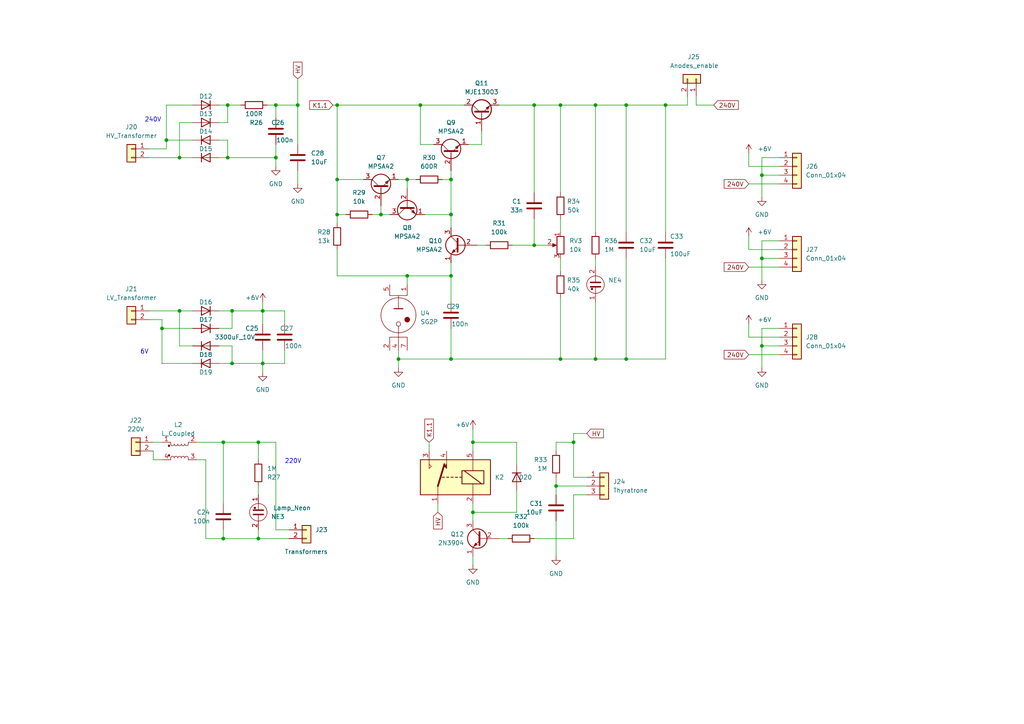
<source format=kicad_sch>
(kicad_sch (version 20211123) (generator eeschema)
  (paper "A4")
  (lib_symbols
    (symbol "Connector_Generic:Conn_01x02" (pin_names (offset 1.016) hide)
      (property "Reference" "J" (at 0 2.54 0))
      (property "Value" "Conn_01x02" (at 0 -5.08 0))
      (symbol "Conn_01x02_1_1"
        (rectangle (start -1.27 -2.413) (end 0 -2.667) (stroke (width 0.1524)))
        (rectangle (start -1.27 0.127) (end 0 -0.127) (stroke (width 0.1524)))
        (rectangle (start -1.27 1.27) (end 1.27 -3.81) (stroke (width 0.254)) (fill (type background)))
        (pin passive line (at -5.08 0 0) (length 3.81) (name "Pin_1") (number "1"))
        (pin passive line (at -5.08 -2.54 0) (length 3.81) (name "Pin_2") (number "2"))
      )
    )
    (symbol "Connector_Generic:Conn_01x03" (pin_names (offset 1.016) hide)
      (property "Reference" "J" (at 0 5.08 0))
      (property "Value" "Conn_01x03" (at 0 -5.08 0))
      (symbol "Conn_01x03_1_1"
        (rectangle (start -1.27 -2.413) (end 0 -2.667) (stroke (width 0.1524)))
        (rectangle (start -1.27 0.127) (end 0 -0.127) (stroke (width 0.1524)))
        (rectangle (start -1.27 2.667) (end 0 2.413) (stroke (width 0.1524)))
        (rectangle (start -1.27 3.81) (end 1.27 -3.81) (stroke (width 0.254)) (fill (type background)))
        (pin passive line (at -5.08 2.54 0) (length 3.81) (name "Pin_1") (number "1"))
        (pin passive line (at -5.08 0 0) (length 3.81) (name "Pin_2") (number "2"))
        (pin passive line (at -5.08 -2.54 0) (length 3.81) (name "Pin_3") (number "3"))
      )
    )
    (symbol "Connector_Generic:Conn_01x04" (pin_names (offset 1.016) hide)
      (property "Reference" "J" (at 0 5.08 0))
      (property "Value" "Conn_01x04" (at 0 -7.62 0))
      (symbol "Conn_01x04_1_1"
        (rectangle (start -1.27 -4.953) (end 0 -5.207) (stroke (width 0.1524)))
        (rectangle (start -1.27 -2.413) (end 0 -2.667) (stroke (width 0.1524)))
        (rectangle (start -1.27 0.127) (end 0 -0.127) (stroke (width 0.1524)))
        (rectangle (start -1.27 2.667) (end 0 2.413) (stroke (width 0.1524)))
        (rectangle (start -1.27 3.81) (end 1.27 -6.35) (stroke (width 0.254)) (fill (type background)))
        (pin passive line (at -5.08 2.54 0) (length 3.81) (name "Pin_1") (number "1"))
        (pin passive line (at -5.08 0 0) (length 3.81) (name "Pin_2") (number "2"))
        (pin passive line (at -5.08 -2.54 0) (length 3.81) (name "Pin_3") (number "3"))
        (pin passive line (at -5.08 -5.08 0) (length 3.81) (name "Pin_4") (number "4"))
      )
    )
    (symbol "Device:C" (pin_numbers hide) (pin_names (offset 0.254))
      (property "Reference" "C" (at 0.635 2.54 0))
      (property "Value" "C" (at 0.635 -2.54 0))
      (symbol "C_0_1"
        (polyline (pts (xy -2.032 -0.762) (xy 2.032 -0.762)) (stroke (width 0.508)))
        (polyline (pts (xy -2.032 0.762) (xy 2.032 0.762)) (stroke (width 0.508)))
      )
      (symbol "C_1_1"
        (pin passive line (at 0 3.81 270) (length 2.794) (name "~") (number "1"))
        (pin passive line (at 0 -3.81 90) (length 2.794) (name "~") (number "2"))
      )
    )
    (symbol "Device:D" (pin_numbers hide) (pin_names (offset 1.016) hide)
      (property "Reference" "D" (at 0 2.54 0))
      (property "Value" "D" (at 0 -2.54 0))
      (symbol "D_0_1"
        (polyline (pts (xy -1.27 1.27) (xy -1.27 -1.27)) (stroke (width 0.254)))
        (polyline (pts (xy 1.27 0) (xy -1.27 0)))
        (polyline (pts (xy 1.27 1.27) (xy 1.27 -1.27) (xy -1.27 0) (xy 1.27 1.27)) (stroke (width 0.254)))
      )
      (symbol "D_1_1"
        (pin passive line (at -3.81 0 0) (length 2.54) (name "K") (number "1"))
        (pin passive line (at 3.81 0 180) (length 2.54) (name "A") (number "2"))
      )
    )
    (symbol "Device:Lamp_Neon" (pin_names (offset 0.0254) hide)
      (property "Reference" "NE" (at 0.635 3.81 0))
      (property "Value" "Lamp_Neon" (at 0.635 -3.81 0))
      (symbol "Lamp_Neon_0_1"
        (rectangle (start -1.524 -0.508) (end 1.524 -0.762) (fill (type outline)))
        (rectangle (start -1.524 0.762) (end 1.524 0.508) (fill (type outline)))
        (polyline (pts (xy 0 -2.54) (xy 0 -0.762)))
        (polyline (pts (xy 0 0.762) (xy 0 2.54)))
        (circle (center 0 0) (radius 2.54))
        (circle (center 1.016 -1.27) (radius 0.254) (fill (type outline)))
      )
      (symbol "Lamp_Neon_1_1"
        (pin passive line (at 0 -5.08 90) (length 2.54) (name "~") (number "1"))
        (pin passive line (at 0 5.08 270) (length 2.54) (name "~") (number "2"))
      )
    )
    (symbol "Device:R" (pin_numbers hide) (pin_names (offset 0))
      (property "Reference" "R" (at 2.032 0 90))
      (property "Value" "R" (at 0 0 90))
      (symbol "R_0_1"
        (rectangle (start -1.016 -2.54) (end 1.016 2.54) (stroke (width 0.254)))
      )
      (symbol "R_1_1"
        (pin passive line (at 0 3.81 270) (length 1.27) (name "~") (number "1"))
        (pin passive line (at 0 -3.81 90) (length 1.27) (name "~") (number "2"))
      )
    )
    (symbol "Device:R_Potentiometer" (pin_names (offset 1.016) hide)
      (property "Reference" "RV" (at -4.445 0 90))
      (property "Value" "R_Potentiometer" (at -2.54 0 90))
      (symbol "R_Potentiometer_0_1"
        (polyline (pts (xy 2.54 0) (xy 1.524 0)))
        (polyline (pts (xy 1.143 0) (xy 2.286 0.508) (xy 2.286 -0.508) (xy 1.143 0)) (fill (type outline)))
        (rectangle (start 1.016 2.54) (end -1.016 -2.54) (stroke (width 0.254)))
      )
      (symbol "R_Potentiometer_1_1"
        (pin passive line (at 0 3.81 270) (length 1.27) (name "1") (number "1"))
        (pin passive line (at 3.81 0 180) (length 1.27) (name "2") (number "2"))
        (pin passive line (at 0 -3.81 90) (length 1.27) (name "3") (number "3"))
      )
    )
    (symbol "Relay:SANYOU_SRD_Form_C"
      (property "Reference" "K" (at 11.43 3.81 0))
      (property "Value" "SANYOU_SRD_Form_C" (at 11.43 1.27 0))
      (symbol "SANYOU_SRD_Form_C_0_0"
        (polyline (pts (xy 7.62 5.08) (xy 7.62 2.54) (xy 6.985 3.175) (xy 7.62 3.81)))
      )
      (symbol "SANYOU_SRD_Form_C_0_1"
        (rectangle (start -10.16 5.08) (end 10.16 -5.08) (stroke (width 0.254)) (fill (type background)))
        (rectangle (start -8.255 1.905) (end -1.905 -1.905) (stroke (width 0.254)))
        (polyline (pts (xy -7.62 -1.905) (xy -2.54 1.905)) (stroke (width 0.254)))
        (polyline (pts (xy -5.08 -5.08) (xy -5.08 -1.905)))
        (polyline (pts (xy -5.08 5.08) (xy -5.08 1.905)))
        (polyline (pts (xy -1.905 0) (xy -1.27 0)) (stroke (width 0.254)))
        (polyline (pts (xy -0.635 0) (xy 0 0)) (stroke (width 0.254)))
        (polyline (pts (xy 0.635 0) (xy 1.27 0)) (stroke (width 0.254)))
        (polyline (pts (xy 1.905 0) (xy 2.54 0)) (stroke (width 0.254)))
        (polyline (pts (xy 3.175 0) (xy 3.81 0)) (stroke (width 0.254)))
        (polyline (pts (xy 5.08 -2.54) (xy 3.175 3.81)) (stroke (width 0.508)))
        (polyline (pts (xy 5.08 -2.54) (xy 5.08 -5.08)))
      )
      (symbol "SANYOU_SRD_Form_C_1_1"
        (polyline (pts (xy 2.54 3.81) (xy 3.175 3.175) (xy 2.54 2.54) (xy 2.54 5.08)) (fill (type outline)))
        (pin passive line (at 5.08 -7.62 90) (length 2.54) (name "~") (number "1"))
        (pin passive line (at -5.08 -7.62 90) (length 2.54) (name "~") (number "2"))
        (pin passive line (at 7.62 7.62 270) (length 2.54) (name "~") (number "3"))
        (pin passive line (at 2.54 7.62 270) (length 2.54) (name "~") (number "4"))
        (pin passive line (at -5.08 7.62 270) (length 2.54) (name "~") (number "5"))
      )
    )
    (symbol "Transistor_BJT:2N3904" (pin_names (offset 0) hide)
      (property "Reference" "Q" (at 5.08 1.905 0))
      (property "Value" "2N3904" (at 5.08 0 0))
      (symbol "2N3904_0_1"
        (polyline (pts (xy 0.635 0.635) (xy 2.54 2.54)))
        (polyline (pts (xy 0.635 -0.635) (xy 2.54 -2.54) (xy 2.54 -2.54)))
        (polyline (pts (xy 0.635 1.905) (xy 0.635 -1.905) (xy 0.635 -1.905)) (stroke (width 0.508)))
        (polyline (pts (xy 1.27 -1.778) (xy 1.778 -1.27) (xy 2.286 -2.286) (xy 1.27 -1.778) (xy 1.27 -1.778)) (fill (type outline)))
        (circle (center 1.27 0) (radius 2.8194) (stroke (width 0.254)))
      )
      (symbol "2N3904_1_1"
        (pin passive line (at 2.54 -5.08 90) (length 2.54) (name "E") (number "1"))
        (pin passive line (at -5.08 0 0) (length 5.715) (name "B") (number "2"))
        (pin passive line (at 2.54 5.08 270) (length 2.54) (name "C") (number "3"))
      )
    )
    (symbol "Transistor_BJT:MJE13003" (pin_names (offset 0) hide)
      (property "Reference" "Q" (at 5.08 1.905 0))
      (property "Value" "MJE13003" (at 5.08 0 0))
      (symbol "MJE13003_0_1"
        (polyline (pts (xy 0 0) (xy 0.635 0)))
        (polyline (pts (xy 2.54 -2.54) (xy 0.635 -0.635)))
        (polyline (pts (xy 2.54 2.54) (xy 0.635 0.635)))
        (polyline (pts (xy 0.635 1.905) (xy 0.635 -1.905) (xy 0.635 -1.905)) (stroke (width 0.508)) (fill (type outline)))
        (polyline (pts (xy 1.2446 -1.778) (xy 1.7526 -1.27) (xy 2.286 -2.286) (xy 1.2446 -1.778) (xy 1.2446 -1.778)) (fill (type outline)))
        (circle (center 1.27 0) (radius 2.8194) (stroke (width 0.3048)))
      )
      (symbol "MJE13003_1_1"
        (pin input line (at -5.08 0 0) (length 5.08) (name "B") (number "1"))
        (pin passive line (at 2.54 5.08 270) (length 2.54) (name "C") (number "2"))
        (pin passive line (at 2.54 -5.08 90) (length 2.54) (name "E") (number "3"))
      )
    )
    (symbol "Transistor_BJT:MPSA42" (pin_names (offset 1.016) hide)
      (property "Reference" "Q" (at 5.08 1.905 0))
      (property "Value" "MPSA42" (at 5.08 0 0))
      (symbol "MPSA42_0_1"
        (polyline (pts (xy 0 0) (xy 0.635 0)))
        (polyline (pts (xy 0.635 0.635) (xy 2.54 2.54)))
        (polyline (pts (xy 0.635 -0.635) (xy 2.54 -2.54) (xy 2.54 -2.54)))
        (polyline (pts (xy 0.635 1.905) (xy 0.635 -1.905) (xy 0.635 -1.905)) (stroke (width 0.508)))
        (polyline (pts (xy 1.27 -1.778) (xy 1.778 -1.27) (xy 2.286 -2.286) (xy 1.27 -1.778) (xy 1.27 -1.778)) (fill (type outline)))
        (circle (center 1.27 0) (radius 2.8194) (stroke (width 0.254)))
      )
      (symbol "MPSA42_1_1"
        (pin passive line (at 2.54 -5.08 90) (length 2.54) (name "E") (number "1"))
        (pin input line (at -5.08 0 0) (length 5.08) (name "B") (number "2"))
        (pin passive line (at 2.54 5.08 270) (length 2.54) (name "C") (number "3"))
      )
    )
    (symbol "power:+6V" (power) (pin_names (offset 0))
      (property "Value" "+6V" (at 0 3.556 0))
      (symbol "+6V_0_1"
        (polyline (pts (xy -0.762 1.27) (xy 0 2.54)))
        (polyline (pts (xy 0 0) (xy 0 2.54)))
        (polyline (pts (xy 0 2.54) (xy 0.762 1.27)))
      )
      (symbol "+6V_1_1"
        (pin power_in line (at 0 0 90) (length 0) hide (name "+6V") (number "1"))
      )
    )
    (symbol "power:GND" (power) (pin_names (offset 0))
      (property "Value" "GND" (at 0 -3.81 0))
      (symbol "GND_0_1"
        (polyline (pts (xy 0 0) (xy 0 -1.27) (xy 1.27 -1.27) (xy 0 -2.54) (xy -1.27 -1.27) (xy 0 -1.27)))
      )
      (symbol "GND_1_1"
        (pin power_in line (at 0 0 270) (length 0) hide (name "GND") (number "1"))
      )
    )
    (symbol "spdf1626:L_Coupled" (pin_names (offset 0.254) hide)
      (property "Reference" "L1" (at -0.381 7.62 0))
      (property "Value" "L_Coupled" (at -0.381 5.08 0))
      (symbol "L_Coupled_0_1"
        (circle (center -3.048 -1.27) (radius 0.254) (fill (type outline)))
        (circle (center -3.048 1.524) (radius 0.254) (fill (type outline)))
        (arc (start -2.54 2.032) (mid -2.032 1.524) (end -1.524 2.032))
        (arc (start -1.524 -2.032) (mid -2.032 -1.524) (end -2.54 -2.032))
        (arc (start -1.524 2.032) (mid -1.016 1.524) (end -0.508 2.032))
        (arc (start -0.508 -2.032) (mid -1.016 -1.524) (end -1.524 -2.032))
        (arc (start -0.508 2.032) (mid 0 1.524) (end 0.508 2.032))
        (polyline (pts (xy -2.54 -2.032) (xy -2.54 -2.54)))
        (polyline (pts (xy -2.54 2.032) (xy -2.54 2.54)))
        (polyline (pts (xy 2.54 -2.032) (xy 2.54 -2.54)))
        (polyline (pts (xy 2.54 2.54) (xy 2.54 2.032)))
        (arc (start 0.508 -2.032) (mid 0 -1.524) (end -0.508 -2.032))
        (arc (start 0.508 2.032) (mid 1.016 1.524) (end 1.524 2.032))
        (arc (start 1.524 -2.032) (mid 1.016 -1.524) (end 0.508 -2.032))
        (arc (start 1.524 2.032) (mid 2.032 1.524) (end 2.54 2.032))
        (arc (start 2.54 -2.032) (mid 2.032 -1.524) (end 1.524 -2.032))
      )
      (symbol "L_Coupled_1_1"
        (pin passive line (at -5.08 2.54 0) (length 2.54) (name "1") (number "1"))
        (pin passive line (at 5.08 2.54 180) (length 2.54) (name "2") (number "2"))
        (pin passive line (at 5.08 -2.54 180) (length 2.54) (name "3") (number "3"))
        (pin passive line (at -5.08 -2.54 0) (length 2.54) (name "4") (number "4"))
      )
    )
    (symbol "spdf1626:SG2P" (pin_names (offset 0))
      (property "Reference" "U?" (at 8.89 2.54 0))
      (property "Value" "SG2P" (at 8.89 0 0))
      (symbol "SG2P_0_1"
        (arc (start -5.08 0) (mid 0 -5.08) (end 5.08 0))
        (circle (center 0 -2.54) (radius 0.635))
        (polyline (pts (xy 0 -7.62) (xy 0 -5.08)))
        (polyline (pts (xy 0 -5.08) (xy 0 -3.175)))
        (polyline (pts (xy 0 5.08) (xy 0 5.715)))
        (polyline (pts (xy 1.27 1.905) (xy -1.27 1.905)) (stroke (width 0.3)))
        (polyline (pts (xy -2.54 -7.62) (xy -2.54 -6.35) (xy 2.54 -6.35) (xy 2.54 -7.62)))
        (polyline (pts (xy -2.54 6.35) (xy -2.54 5.715) (xy 2.54 5.715) (xy 2.54 6.35)))
        (circle (center 2.54 -1.27) (radius 0.0001) (stroke (width 0.8)))
        (arc (start 5.08 0) (mid 0 5.08) (end -5.08 0))
      )
      (symbol "SG2P_1_1"
        (polyline (pts (xy 0 1.905) (xy 0 5.08)))
        (pin input line (at 2.54 8.89 270) (length 2.54) (name "") (number "1"))
        (pin output line (at -2.54 -10.16 90) (length 2.54) (name "") (number "2"))
        (pin input line (at 0 -10.16 90) (length 2.54) (name "") (number "4"))
        (pin input line (at -2.54 8.89 270) (length 2.54) (name "") (number "5"))
        (pin output line (at 2.54 -10.16 90) (length 2.54) (name "") (number "7"))
      )
    )
  )
  (junction (at 80.01 30.48))
  (junction (at 115.57 104.14))
  (junction (at 181.61 30.48))
  (junction (at 97.79 52.07))
  (junction (at 137.16 148.59))
  (junction (at 121.92 30.48))
  (junction (at 67.31 90.17))
  (junction (at 162.56 104.14))
  (junction (at 97.79 62.23))
  (junction (at 154.94 71.12))
  (junction (at 64.77 128.27))
  (junction (at 193.04 30.48))
  (junction (at 130.81 80.01))
  (junction (at 52.07 45.72))
  (junction (at 110.49 62.23))
  (junction (at 220.98 74.93))
  (junction (at 220.98 100.33))
  (junction (at 97.79 30.48))
  (junction (at 76.2 90.17))
  (junction (at 46.99 95.25))
  (junction (at 181.61 104.14))
  (junction (at 67.31 105.41))
  (junction (at 130.81 52.07))
  (junction (at 76.2 105.41))
  (junction (at 64.77 156.21))
  (junction (at 118.11 52.07))
  (junction (at 162.56 30.48))
  (junction (at 74.93 128.27))
  (junction (at 172.72 30.48))
  (junction (at 48.26 40.64))
  (junction (at 66.04 30.48))
  (junction (at 80.01 45.72))
  (junction (at 161.29 140.97))
  (junction (at 52.07 90.17))
  (junction (at 74.93 156.21))
  (junction (at 166.37 128.27))
  (junction (at 86.36 30.48))
  (junction (at 220.98 50.8))
  (junction (at 130.81 104.14))
  (junction (at 118.11 80.01))
  (junction (at 130.81 62.23))
  (junction (at 66.04 45.72))
  (junction (at 154.94 30.48))
  (junction (at 137.16 128.27))
  (junction (at 172.72 104.14))
  (wire (pts (xy 82.55 101.6) (xy 82.55 105.41)))
  (wire (pts (xy 55.88 35.56) (xy 52.07 35.56)))
  (wire (pts (xy 154.94 71.12) (xy 148.59 71.12)))
  (wire (pts (xy 220.98 57.15) (xy 220.98 50.8)))
  (wire (pts (xy 226.06 48.26) (xy 217.17 48.26)))
  (wire (pts (xy 162.56 104.14) (xy 162.56 86.36)))
  (wire (pts (xy 64.77 153.67) (xy 64.77 156.21)))
  (wire (pts (xy 97.79 30.48) (xy 97.79 52.07)))
  (wire (pts (xy 63.5 35.56) (xy 66.04 35.56)))
  (wire (pts (xy 144.78 30.48) (xy 154.94 30.48)))
  (wire (pts (xy 55.88 40.64) (xy 48.26 40.64)))
  (wire (pts (xy 220.98 100.33) (xy 220.98 95.25)))
  (wire (pts (xy 97.79 80.01) (xy 118.11 80.01)))
  (wire (pts (xy 181.61 74.93) (xy 181.61 104.14)))
  (wire (pts (xy 220.98 50.8) (xy 226.06 50.8)))
  (wire (pts (xy 217.17 97.79) (xy 217.17 93.98)))
  (wire (pts (xy 220.98 74.93) (xy 220.98 69.85)))
  (wire (pts (xy 172.72 30.48) (xy 172.72 67.31)))
  (wire (pts (xy 66.04 30.48) (xy 69.85 30.48)))
  (wire (pts (xy 52.07 90.17) (xy 55.88 90.17)))
  (wire (pts (xy 66.04 45.72) (xy 63.5 45.72)))
  (wire (pts (xy 43.18 45.72) (xy 52.07 45.72)))
  (wire (pts (xy 46.99 95.25) (xy 46.99 105.41)))
  (wire (pts (xy 86.36 22.86) (xy 86.36 30.48)))
  (wire (pts (xy 67.31 90.17) (xy 76.2 90.17)))
  (wire (pts (xy 137.16 128.27) (xy 137.16 130.81)))
  (wire (pts (xy 220.98 69.85) (xy 226.06 69.85)))
  (wire (pts (xy 52.07 35.56) (xy 52.07 45.72)))
  (wire (pts (xy 220.98 50.8) (xy 220.98 45.72)))
  (wire (pts (xy 161.29 128.27) (xy 161.29 130.81)))
  (wire (pts (xy 226.06 72.39) (xy 217.17 72.39)))
  (wire (pts (xy 124.46 128.27) (xy 124.46 130.81)))
  (wire (pts (xy 172.72 87.63) (xy 172.72 104.14)))
  (wire (pts (xy 97.79 62.23) (xy 97.79 64.77)))
  (wire (pts (xy 135.89 41.91) (xy 139.7 41.91)))
  (wire (pts (xy 80.01 45.72) (xy 80.01 48.26)))
  (wire (pts (xy 220.98 45.72) (xy 226.06 45.72)))
  (wire (pts (xy 76.2 90.17) (xy 76.2 93.98)))
  (wire (pts (xy 66.04 30.48) (xy 63.5 30.48)))
  (wire (pts (xy 74.93 128.27) (xy 74.93 133.35)))
  (wire (pts (xy 172.72 74.93) (xy 172.72 77.47)))
  (wire (pts (xy 97.79 62.23) (xy 100.33 62.23)))
  (wire (pts (xy 193.04 74.93) (xy 193.04 104.14)))
  (wire (pts (xy 63.5 100.33) (xy 67.31 100.33)))
  (wire (pts (xy 44.45 133.35) (xy 44.45 130.81)))
  (wire (pts (xy 130.81 104.14) (xy 162.56 104.14)))
  (wire (pts (xy 220.98 81.28) (xy 220.98 74.93)))
  (wire (pts (xy 48.26 40.64) (xy 48.26 43.18)))
  (wire (pts (xy 64.77 128.27) (xy 64.77 146.05)))
  (wire (pts (xy 63.5 40.64) (xy 66.04 40.64)))
  (wire (pts (xy 154.94 63.5) (xy 154.94 71.12)))
  (wire (pts (xy 162.56 63.5) (xy 162.56 67.31)))
  (wire (pts (xy 118.11 80.01) (xy 130.81 80.01)))
  (wire (pts (xy 74.93 156.21) (xy 83.82 156.21)))
  (wire (pts (xy 130.81 104.14) (xy 130.81 95.25)))
  (wire (pts (xy 118.11 52.07) (xy 118.11 54.61)))
  (wire (pts (xy 201.93 30.48) (xy 207.01 30.48)))
  (wire (pts (xy 80.01 41.91) (xy 80.01 45.72)))
  (wire (pts (xy 46.99 95.25) (xy 55.88 95.25)))
  (wire (pts (xy 118.11 82.55) (xy 118.11 80.01)))
  (wire (pts (xy 149.86 148.59) (xy 149.86 142.24)))
  (wire (pts (xy 166.37 128.27) (xy 161.29 128.27)))
  (wire (pts (xy 123.19 62.23) (xy 130.81 62.23)))
  (wire (pts (xy 96.52 30.48) (xy 97.79 30.48)))
  (wire (pts (xy 67.31 90.17) (xy 63.5 90.17)))
  (wire (pts (xy 130.81 62.23) (xy 130.81 66.04)))
  (wire (pts (xy 220.98 106.68) (xy 220.98 100.33)))
  (wire (pts (xy 52.07 45.72) (xy 55.88 45.72)))
  (wire (pts (xy 67.31 95.25) (xy 67.31 90.17)))
  (wire (pts (xy 181.61 30.48) (xy 172.72 30.48)))
  (wire (pts (xy 66.04 35.56) (xy 66.04 30.48)))
  (wire (pts (xy 66.04 45.72) (xy 80.01 45.72)))
  (wire (pts (xy 44.45 128.27) (xy 46.99 128.27)))
  (wire (pts (xy 217.17 72.39) (xy 217.17 68.58)))
  (wire (pts (xy 74.93 143.51) (xy 74.93 140.97)))
  (wire (pts (xy 44.45 133.35) (xy 46.99 133.35)))
  (wire (pts (xy 144.78 156.21) (xy 147.32 156.21)))
  (wire (pts (xy 74.93 128.27) (xy 80.01 128.27)))
  (wire (pts (xy 43.18 43.18) (xy 48.26 43.18)))
  (wire (pts (xy 52.07 90.17) (xy 43.18 90.17)))
  (wire (pts (xy 110.49 59.69) (xy 110.49 62.23)))
  (wire (pts (xy 80.01 30.48) (xy 80.01 34.29)))
  (wire (pts (xy 199.39 30.48) (xy 193.04 30.48)))
  (wire (pts (xy 48.26 30.48) (xy 55.88 30.48)))
  (wire (pts (xy 149.86 128.27) (xy 137.16 128.27)))
  (wire (pts (xy 76.2 90.17) (xy 82.55 90.17)))
  (wire (pts (xy 162.56 30.48) (xy 162.56 55.88)))
  (wire (pts (xy 76.2 87.63) (xy 76.2 90.17)))
  (wire (pts (xy 217.17 77.47) (xy 226.06 77.47)))
  (wire (pts (xy 193.04 104.14) (xy 181.61 104.14)))
  (wire (pts (xy 67.31 100.33) (xy 67.31 105.41)))
  (wire (pts (xy 137.16 146.05) (xy 137.16 148.59)))
  (wire (pts (xy 105.41 52.07) (xy 97.79 52.07)))
  (wire (pts (xy 121.92 30.48) (xy 97.79 30.48)))
  (wire (pts (xy 107.95 62.23) (xy 110.49 62.23)))
  (wire (pts (xy 80.01 128.27) (xy 80.01 153.67)))
  (wire (pts (xy 130.81 49.53) (xy 130.81 52.07)))
  (wire (pts (xy 64.77 156.21) (xy 59.69 156.21)))
  (wire (pts (xy 166.37 143.51) (xy 170.18 143.51)))
  (wire (pts (xy 181.61 104.14) (xy 172.72 104.14)))
  (wire (pts (xy 115.57 104.14) (xy 130.81 104.14)))
  (wire (pts (xy 76.2 105.41) (xy 76.2 107.95)))
  (wire (pts (xy 67.31 105.41) (xy 76.2 105.41)))
  (wire (pts (xy 166.37 128.27) (xy 166.37 125.73)))
  (wire (pts (xy 166.37 125.73) (xy 170.18 125.73)))
  (wire (pts (xy 76.2 101.6) (xy 76.2 105.41)))
  (wire (pts (xy 201.93 27.94) (xy 201.93 30.48)))
  (wire (pts (xy 52.07 100.33) (xy 52.07 90.17)))
  (wire (pts (xy 82.55 90.17) (xy 82.55 93.98)))
  (wire (pts (xy 43.18 92.71) (xy 46.99 92.71)))
  (wire (pts (xy 97.79 72.39) (xy 97.79 80.01)))
  (wire (pts (xy 118.11 52.07) (xy 120.65 52.07)))
  (wire (pts (xy 74.93 153.67) (xy 74.93 156.21)))
  (wire (pts (xy 130.81 62.23) (xy 130.81 52.07)))
  (wire (pts (xy 63.5 95.25) (xy 67.31 95.25)))
  (wire (pts (xy 139.7 41.91) (xy 139.7 38.1)))
  (wire (pts (xy 130.81 80.01) (xy 130.81 87.63)))
  (wire (pts (xy 193.04 30.48) (xy 193.04 67.31)))
  (wire (pts (xy 149.86 134.62) (xy 149.86 128.27)))
  (wire (pts (xy 137.16 148.59) (xy 149.86 148.59)))
  (wire (pts (xy 115.57 52.07) (xy 118.11 52.07)))
  (wire (pts (xy 193.04 30.48) (xy 181.61 30.48)))
  (wire (pts (xy 217.17 48.26) (xy 217.17 44.45)))
  (wire (pts (xy 130.81 76.2) (xy 130.81 80.01)))
  (wire (pts (xy 170.18 140.97) (xy 161.29 140.97)))
  (wire (pts (xy 137.16 161.29) (xy 137.16 163.83)))
  (wire (pts (xy 199.39 27.94) (xy 199.39 30.48)))
  (wire (pts (xy 220.98 74.93) (xy 226.06 74.93)))
  (wire (pts (xy 166.37 138.43) (xy 166.37 128.27)))
  (wire (pts (xy 162.56 74.93) (xy 162.56 78.74)))
  (wire (pts (xy 77.47 30.48) (xy 80.01 30.48)))
  (wire (pts (xy 134.62 30.48) (xy 121.92 30.48)))
  (wire (pts (xy 74.93 156.21) (xy 64.77 156.21)))
  (wire (pts (xy 97.79 52.07) (xy 97.79 62.23)))
  (wire (pts (xy 130.81 52.07) (xy 128.27 52.07)))
  (wire (pts (xy 64.77 128.27) (xy 74.93 128.27)))
  (wire (pts (xy 166.37 156.21) (xy 166.37 143.51)))
  (wire (pts (xy 172.72 30.48) (xy 162.56 30.48)))
  (wire (pts (xy 55.88 100.33) (xy 52.07 100.33)))
  (wire (pts (xy 161.29 138.43) (xy 161.29 140.97)))
  (wire (pts (xy 170.18 138.43) (xy 166.37 138.43)))
  (wire (pts (xy 154.94 30.48) (xy 154.94 55.88)))
  (wire (pts (xy 59.69 156.21) (xy 59.69 133.35)))
  (wire (pts (xy 82.55 105.41) (xy 76.2 105.41)))
  (wire (pts (xy 161.29 140.97) (xy 161.29 143.51)))
  (wire (pts (xy 110.49 62.23) (xy 113.03 62.23)))
  (wire (pts (xy 46.99 105.41) (xy 55.88 105.41)))
  (wire (pts (xy 172.72 104.14) (xy 162.56 104.14)))
  (wire (pts (xy 86.36 49.53) (xy 86.36 53.34)))
  (wire (pts (xy 67.31 105.41) (xy 63.5 105.41)))
  (wire (pts (xy 80.01 30.48) (xy 86.36 30.48)))
  (wire (pts (xy 66.04 40.64) (xy 66.04 45.72)))
  (wire (pts (xy 161.29 151.13) (xy 161.29 161.29)))
  (wire (pts (xy 127 146.05) (xy 127 148.59)))
  (wire (pts (xy 220.98 95.25) (xy 226.06 95.25)))
  (wire (pts (xy 121.92 41.91) (xy 121.92 30.48)))
  (wire (pts (xy 46.99 92.71) (xy 46.99 95.25)))
  (wire (pts (xy 57.15 128.27) (xy 64.77 128.27)))
  (wire (pts (xy 137.16 124.46) (xy 137.16 128.27)))
  (wire (pts (xy 217.17 53.34) (xy 226.06 53.34)))
  (wire (pts (xy 115.57 104.14) (xy 115.57 106.68)))
  (wire (pts (xy 125.73 41.91) (xy 121.92 41.91)))
  (wire (pts (xy 137.16 148.59) (xy 137.16 151.13)))
  (wire (pts (xy 138.43 71.12) (xy 140.97 71.12)))
  (wire (pts (xy 115.57 101.6) (xy 115.57 104.14)))
  (wire (pts (xy 181.61 30.48) (xy 181.61 67.31)))
  (wire (pts (xy 217.17 102.87) (xy 226.06 102.87)))
  (wire (pts (xy 226.06 97.79) (xy 217.17 97.79)))
  (wire (pts (xy 59.69 133.35) (xy 57.15 133.35)))
  (wire (pts (xy 48.26 40.64) (xy 48.26 30.48)))
  (wire (pts (xy 80.01 153.67) (xy 83.82 153.67)))
  (wire (pts (xy 220.98 100.33) (xy 226.06 100.33)))
  (wire (pts (xy 86.36 30.48) (xy 86.36 41.91)))
  (wire (pts (xy 154.94 30.48) (xy 162.56 30.48)))
  (wire (pts (xy 154.94 156.21) (xy 166.37 156.21)))
  (wire (pts (xy 154.94 71.12) (xy 158.75 71.12)))
  (text "240V" (at 41.91 35.56 0) (effects (font (size 1.27 1.27)) (justify left bottom)))
  (text "220V" (at 82.55 134.62 0) (effects (font (size 1.27 1.27)) (justify left bottom)))
  (text "6V" (at 40.64 102.87 0) (effects (font (size 1.27 1.27)) (justify left bottom)))
  (global_label "HV" (shape input) (at 86.36 22.86 90) (property "Обозначения листов" "${INTERSHEET_REFS}" (effects hide)))
  (global_label "240V" (shape input) (at 207.01 30.48 0) (property "Обозначения листов" "${INTERSHEET_REFS}" (effects hide)))
  (global_label "HV" (shape input) (at 127 148.59 270) (property "Обозначения листов" "${INTERSHEET_REFS}" (effects hide)))
  (global_label "K1.1" (shape input) (at 96.52 30.48 180) (property "Обозначения листов" "${INTERSHEET_REFS}" (effects hide)))
  (global_label "HV" (shape input) (at 170.18 125.73 0) (property "Обозначения листов" "${INTERSHEET_REFS}" (effects hide)))
  (global_label "K1.1" (shape input) (at 124.46 128.27 90) (property "Обозначения листов" "${INTERSHEET_REFS}" (effects hide)))
  (global_label "240V" (shape input) (at 217.17 77.47 180) (property "Обозначения листов" "${INTERSHEET_REFS}" (effects hide)))
  (global_label "240V" (shape input) (at 217.17 53.34 180) (property "Обозначения листов" "${INTERSHEET_REFS}" (effects hide)))
  (global_label "240V" (shape input) (at 217.17 102.87 180) (property "Обозначения листов" "${INTERSHEET_REFS}" (effects hide)))
  (symbol (lib_id "Device:D") (at 59.69 90.17 180) (unit 1)
    (property "Reference" "D16" (at 59.69 87.63 0))
    (property "Value" "1N5821" (effects hide))
    (property "Footprint" "spdf1626_lib:D_DO-27_P16mm_Horizontal" (effects hide))
  )
  (symbol (lib_id "Device:R") (at 97.79 68.58 0) (unit 1)
    (property "Reference" "R28" (at 93.98 67.31 0))
    (property "Value" "13k" (at 93.98 69.85 0))
    (property "Footprint" "spdf1626_lib:R_THT_025W" (effects hide))
  )
  (symbol (lib_id "Device:D") (at 59.69 105.41 0) (unit 1)
    (property "Reference" "D19" (at 59.69 107.95 0))
    (property "Value" "1N5821" (effects hide))
    (property "Footprint" "spdf1626_lib:D_DO-27_P16mm_Horizontal" (effects hide))
  )
  (symbol (lib_id "Device:C") (at 76.2 97.79 0) (unit 1)
    (property "Reference" "C25" (at 71.12 95.25 0) (effects (justify left)))
    (property "Value" "3300uF_10V" (at 62.23 97.79 0) (effects (justify left)))
    (property "Footprint" "Capacitor_THT:CP_Radial_D6.3mm_P2.50mm" (effects hide))
  )
  (symbol (lib_id "Device:D") (at 59.69 95.25 180) (unit 1)
    (property "Reference" "D17" (at 59.69 92.71 0))
    (property "Value" "1N5821" (effects hide))
    (property "Footprint" "spdf1626_lib:D_DO-27_P16mm_Horizontal" (effects hide))
  )
  (symbol (lib_id "Transistor_BJT:MPSA42") (at 118.11 59.69 90) (mirror x) (unit 1)
    (property "Reference" "Q8" (at 118.11 66.04 90))
    (property "Value" "MPSA42" (at 118.11 68.58 90))
    (property "Footprint" "Package_TO_SOT_THT:TO-92_Inline" (effects hide))
    (property "Datasheet" "http://www.onsemi.com/pub_link/Collateral/MPSA42-D.PDF" (effects hide))
  )
  (symbol (lib_id "power:GND") (at 86.36 53.34 0) (unit 1)
    (property "Reference" "#PWR0101" (effects hide))
    (property "Value" "GND" (at 86.36 58.42 0))
  )
  (symbol (lib_id "Connector_Generic:Conn_01x04") (at 231.14 48.26 0) (unit 1)
    (property "Reference" "J26" (at 233.68 48.2599 0) (effects (justify left)))
    (property "Value" "Conn_01x04" (at 233.68 50.7999 0) (effects (justify left)))
    (property "Footprint" "spdf1626_lib:PinHeader_1x04_P2.54mm" (effects hide))
  )
  (symbol (lib_id "Device:C") (at 161.29 147.32 0) (mirror y) (unit 1)
    (property "Reference" "C31" (at 157.48 146.0499 0) (effects (justify left)))
    (property "Value" "10uF" (at 157.48 148.5899 0) (effects (justify left)))
    (property "Footprint" "spdf1626_lib:C_THT_D10.0mm_P5.00mm" (effects hide))
  )
  (symbol (lib_id "Device:D") (at 59.69 35.56 0) (mirror y) (unit 1)
    (property "Reference" "D13" (at 59.69 33.02 0))
    (property "Value" "1n4007" (effects hide))
    (property "Footprint" "spdf1626_lib:D_DO-41" (effects hide))
  )
  (symbol (lib_id "Transistor_BJT:MJE13003") (at 139.7 33.02 90) (unit 1)
    (property "Reference" "Q11" (at 139.7 24.13 90))
    (property "Value" "MJE13003" (at 139.7 26.67 90))
    (property "Footprint" "spdf1626_lib:TO-220_Vertical" (effects hide))
    (property "Datasheet" "http://www.onsemi.com/pub_link/Collateral/MJE13003-D.PDF" (effects hide))
  )
  (symbol (lib_id "Device:R") (at 161.29 134.62 0) (mirror x) (unit 1)
    (property "Reference" "R33" (at 158.75 133.3499 0) (effects (justify right)))
    (property "Value" "1M" (at 158.75 135.8899 0) (effects (justify right)))
    (property "Footprint" "spdf1626_lib:R_THT_025W" (effects hide))
  )
  (symbol (lib_id "power:+6V") (at 76.2 87.63 0) (unit 1)
    (property "Reference" "#PWR021" (effects hide))
    (property "Value" "+6V" (at 71.12 86.36 0) (effects (justify left)))
  )
  (symbol (lib_id "power:+6V") (at 217.17 93.98 0) (unit 1)
    (property "Reference" "#PWR045" (effects hide))
    (property "Value" "+6V" (at 219.71 92.7099 0) (effects (justify left)))
  )
  (symbol (lib_id "power:GND") (at 161.29 161.29 0) (unit 1)
    (property "Reference" "#PWR042" (effects hide))
    (property "Value" "GND" (at 161.29 166.37 0))
  )
  (symbol (lib_id "Device:C") (at 193.04 71.12 0) (unit 1)
    (property "Reference" "C33" (at 194.31 68.58 0) (effects (justify left)))
    (property "Value" "100uF" (at 194.31 73.66 0) (effects (justify left)))
    (property "Footprint" "Capacitor_THT:CP_Radial_D22.0mm_P10.00mm_SnapIn" (effects hide))
  )
  (symbol (lib_id "Connector_Generic:Conn_01x04") (at 231.14 97.79 0) (unit 1)
    (property "Reference" "J28" (at 233.68 97.7899 0) (effects (justify left)))
    (property "Value" "Conn_01x04" (at 233.68 100.3299 0) (effects (justify left)))
    (property "Footprint" "spdf1626_lib:PinHeader_1x04_P2.54mm" (effects hide))
  )
  (symbol (lib_id "Device:C") (at 86.36 45.72 0) (unit 1)
    (property "Reference" "C28" (at 90.17 44.4499 0) (effects (justify left)))
    (property "Value" "10uF" (at 90.17 46.9899 0) (effects (justify left)))
    (property "Footprint" "spdf1626_lib:C_THT_D10.0mm_P5.00mm" (effects hide))
  )
  (symbol (lib_id "Device:D") (at 59.69 45.72 0) (unit 1)
    (property "Reference" "D15" (at 59.69 43.18 0))
    (property "Value" "1n4007" (effects hide))
    (property "Footprint" "spdf1626_lib:D_DO-41" (effects hide))
  )
  (symbol (lib_id "Connector_Generic:Conn_01x02") (at 38.1 43.18 0) (mirror y) (unit 1)
    (property "Reference" "J20" (at 38.1 36.83 0))
    (property "Value" "HV_Transformer" (at 38.1 39.37 0))
    (property "Footprint" "spdf1626_lib:PinHeader_1x02_P2.54mm" (effects hide))
  )
  (symbol (lib_id "Connector_Generic:Conn_01x02") (at 201.93 22.86 270) (mirror x) (unit 1)
    (property "Reference" "J25" (at 199.39 16.51 90) (effects (justify left)))
    (property "Value" "Anodes_enable" (at 194.31 19.05 90) (effects (justify left)))
    (property "Footprint" "spdf1626_lib:PinHeader_1x02_P2.54mm" (effects hide))
  )
  (symbol (lib_id "Device:D") (at 59.69 40.64 0) (unit 1)
    (property "Reference" "D14" (at 59.69 38.1 0))
    (property "Value" "1n4007" (effects hide))
    (property "Footprint" "spdf1626_lib:D_DO-41" (effects hide))
  )
  (symbol (lib_id "spdf1626:SG2P") (at 115.57 91.44 0) (unit 1)
    (property "Reference" "U4" (at 121.92 90.8049 0) (effects (justify left)))
    (property "Value" "SG2P" (at 121.92 93.3449 0) (effects (justify left)))
    (property "Footprint" "spdf1626_lib:7-pin_tube_socket" (effects hide))
  )
  (symbol (lib_id "Device:C") (at 64.77 149.86 0) (mirror x) (unit 1)
    (property "Reference" "C24" (at 60.96 148.5899 0) (effects (justify right)))
    (property "Value" "100n" (at 60.96 151.1299 0) (effects (justify right)))
    (property "Footprint" "spdf1626_lib:C_THT_K73-17_P15.00mm" (effects hide))
  )
  (symbol (lib_id "Device:D") (at 59.69 100.33 0) (unit 1)
    (property "Reference" "D18" (at 59.69 102.87 0))
    (property "Value" "1N5821" (effects hide))
    (property "Footprint" "spdf1626_lib:D_DO-27_P16mm_Horizontal" (effects hide))
  )
  (symbol (lib_id "spdf1626:L_Coupled") (at 52.07 130.81 0) (unit 1)
    (property "Reference" "L2" (at 51.689 123.19 0))
    (property "Value" "L_Coupled" (at 51.689 125.73 0))
    (property "Footprint" "spdf1626_lib:L_THT_B82731-T" (effects hide))
  )
  (symbol (lib_id "Transistor_BJT:2N3904") (at 139.7 156.21 0) (mirror y) (unit 1)
    (property "Reference" "Q12" (at 134.62 154.9399 0) (effects (justify left)))
    (property "Value" "2N3904" (at 134.62 157.4799 0) (effects (justify left)))
    (property "Footprint" "Package_TO_SOT_THT:TO-92_Inline" (effects hide))
    (property "Datasheet" "https://www.onsemi.com/pub/Collateral/2N3903-D.PDF" (effects hide))
  )
  (symbol (lib_id "power:GND") (at 220.98 106.68 0) (unit 1)
    (property "Reference" "#PWR048" (effects hide))
    (property "Value" "GND" (at 220.98 111.76 0))
  )
  (symbol (lib_id "Device:C") (at 80.01 38.1 0) (mirror x) (unit 1)
    (property "Reference" "C26" (at 82.55 35.56 0) (effects (justify right)))
    (property "Value" "100n" (at 85.09 40.64 0) (effects (justify right)))
    (property "Footprint" "spdf1626_lib:C_THT_K73-17_P9.00mm" (effects hide))
  )
  (symbol (lib_id "Device:R") (at 74.93 137.16 0) (mirror y) (unit 1)
    (property "Reference" "R27" (at 77.47 138.4301 0) (effects (justify right)))
    (property "Value" "1M" (at 77.47 135.8901 0) (effects (justify right)))
    (property "Footprint" "spdf1626_lib:R_THT_025W" (effects hide))
  )
  (symbol (lib_id "Connector_Generic:Conn_01x02") (at 38.1 90.17 0) (mirror y) (unit 1)
    (property "Reference" "J21" (at 38.1 83.82 0))
    (property "Value" "LV_Transformer" (at 38.1 86.36 0))
    (property "Footprint" "spdf1626_lib:PinHeader_1x02_P2.54mm" (effects hide))
  )
  (symbol (lib_id "power:GND") (at 115.57 106.68 0) (unit 1)
    (property "Reference" "#PWR039" (effects hide))
    (property "Value" "GND" (at 115.57 111.76 0))
  )
  (symbol (lib_id "Device:R") (at 144.78 71.12 270) (mirror x) (unit 1)
    (property "Reference" "R31" (at 144.78 64.77 90))
    (property "Value" "100k" (at 144.78 67.31 90))
    (property "Footprint" "spdf1626_lib:R_THT_025W" (effects hide))
  )
  (symbol (lib_id "power:+6V") (at 137.16 124.46 0) (unit 1)
    (property "Reference" "#PWR040" (effects hide))
    (property "Value" "+6V" (at 132.08 123.19 0) (effects (justify left)))
  )
  (symbol (lib_id "power:GND") (at 80.01 48.26 0) (unit 1)
    (property "Reference" "#PWR038" (effects hide))
    (property "Value" "GND" (at 80.01 53.34 0))
  )
  (symbol (lib_id "Device:R") (at 151.13 156.21 270) (mirror x) (unit 1)
    (property "Reference" "R32" (at 151.13 149.86 90))
    (property "Value" "100k" (at 151.13 152.4 90))
    (property "Footprint" "spdf1626_lib:R_THT_025W" (effects hide))
  )
  (symbol (lib_id "power:GND") (at 137.16 163.83 0) (unit 1)
    (property "Reference" "#PWR041" (effects hide))
    (property "Value" "GND" (at 137.16 168.91 0))
  )
  (symbol (lib_id "Device:C") (at 82.55 97.79 0) (mirror x) (unit 1)
    (property "Reference" "C27" (at 85.09 95.25 0) (effects (justify right)))
    (property "Value" "100n" (at 87.63 100.33 0) (effects (justify right)))
    (property "Footprint" "spdf1626_lib:C_THT_K73-17_P9.00mm" (effects hide))
  )
  (symbol (lib_id "Transistor_BJT:MPSA42") (at 130.81 44.45 90) (unit 1)
    (property "Reference" "Q9" (at 130.81 35.56 90))
    (property "Value" "MPSA42" (at 130.81 38.1 90))
    (property "Footprint" "Package_TO_SOT_THT:TO-92_Inline" (effects hide))
    (property "Datasheet" "http://www.onsemi.com/pub_link/Collateral/MPSA42-D.PDF" (effects hide))
  )
  (symbol (lib_id "Relay:SANYOU_SRD_Form_C") (at 132.08 138.43 0) (mirror y) (unit 1)
    (property "Reference" "K2" (at 143.51 138.4299 0) (effects (justify right)))
    (property "Value" "SANYOU_SRD_Form_C" (effects hide))
    (property "Footprint" "Relay_THT:Relay_SPDT_SANYOU_SRD_Series_Form_C" (effects hide))
    (property "Datasheet" "http://www.sanyourelay.ca/public/products/pdf/SRD.pdf" (effects hide))
  )
  (symbol (lib_id "power:+6V") (at 217.17 68.58 0) (unit 1)
    (property "Reference" "#PWR044" (effects hide))
    (property "Value" "+6V" (at 219.71 67.3099 0) (effects (justify left)))
  )
  (symbol (lib_id "Transistor_BJT:MPSA42") (at 133.35 71.12 0) (mirror y) (unit 1)
    (property "Reference" "Q10" (at 128.27 69.8499 0) (effects (justify left)))
    (property "Value" "MPSA42" (at 128.27 72.3899 0) (effects (justify left)))
    (property "Footprint" "Package_TO_SOT_THT:TO-92_Inline" (effects hide))
    (property "Datasheet" "http://www.onsemi.com/pub_link/Collateral/MPSA42-D.PDF" (effects hide))
  )
  (symbol (lib_id "Device:Lamp_Neon") (at 172.72 82.55 0) (mirror y) (unit 1)
    (property "Reference" "NE4" (at 180.34 81.28 0) (effects (justify left)))
    (property "Value" "Anodes_OK" (effects hide))
    (property "Footprint" "spdf1626_lib:PinHeader_1x02_P2.54mm" (effects hide))
  )
  (symbol (lib_id "power:+6V") (at 217.17 44.45 0) (unit 1)
    (property "Reference" "#PWR043" (effects hide))
    (property "Value" "+6V" (at 219.71 43.1799 0) (effects (justify left)))
  )
  (symbol (lib_id "Device:R") (at 73.66 30.48 90) (mirror x) (unit 1)
    (property "Reference" "R26" (at 72.39 35.56 90) (effects (justify right)))
    (property "Value" "100R" (at 71.12 33.02 90) (effects (justify right)))
    (property "Footprint" "spdf1626_lib:R_THT_1W" (effects hide))
  )
  (symbol (lib_id "Connector_Generic:Conn_01x02") (at 39.37 128.27 0) (mirror y) (unit 1)
    (property "Reference" "J22" (at 39.37 121.92 0))
    (property "Value" "220V" (at 39.37 124.46 0))
    (property "Footprint" "spdf1626_lib:Connector_1x02_P5mm_Vertical" (effects hide))
  )
  (symbol (lib_id "Device:R") (at 162.56 82.55 0) (mirror y) (unit 1)
    (property "Reference" "R35" (at 166.37 81.28 0))
    (property "Value" "40k" (at 166.37 83.82 0))
    (property "Footprint" "spdf1626_lib:R_THT_025W" (effects hide))
  )
  (symbol (lib_id "Device:C") (at 181.61 71.12 0) (unit 1)
    (property "Reference" "C32" (at 185.42 69.8499 0) (effects (justify left)))
    (property "Value" "10uF" (at 185.42 72.3899 0) (effects (justify left)))
    (property "Footprint" "spdf1626_lib:C_THT_D10.0mm_P5.00mm" (effects hide))
  )
  (symbol (lib_id "Device:C") (at 130.81 91.44 0) (mirror x) (unit 1)
    (property "Reference" "C29" (at 133.35 88.9 0) (effects (justify right)))
    (property "Value" "100n" (at 135.89 93.98 0) (effects (justify right)))
    (property "Footprint" "spdf1626_lib:C_THT_K73-17_P9.00mm" (effects hide))
  )
  (symbol (lib_id "power:GND") (at 220.98 81.28 0) (unit 1)
    (property "Reference" "#PWR047" (effects hide))
    (property "Value" "GND" (at 220.98 86.36 0))
  )
  (symbol (lib_id "Device:D") (at 59.69 30.48 0) (mirror y) (unit 1)
    (property "Reference" "D12" (at 59.69 27.94 0))
    (property "Value" "1n4007" (effects hide))
    (property "Footprint" "spdf1626_lib:D_DO-41" (effects hide))
  )
  (symbol (lib_id "Connector_Generic:Conn_01x03") (at 175.26 140.97 0) (unit 1)
    (property "Reference" "J24" (at 177.8 139.6999 0) (effects (justify left)))
    (property "Value" "Thyratrone" (at 177.8 142.2399 0) (effects (justify left)))
    (property "Footprint" "spdf1626_lib:PinHeader_1x03_P2.54mm" (effects hide))
  )
  (symbol (lib_id "Device:C") (at 154.94 59.69 0) (mirror x) (unit 1)
    (property "Reference" "C1" (at 149.86 58.42 0))
    (property "Value" "33n" (at 149.86 60.96 0))
    (property "Footprint" "Capacitor_THT:C_Rect_L7.2mm_W3.0mm_P5.00mm_FKS2_FKP2_MKS2_MKP2" (effects hide))
  )
  (symbol (lib_id "power:GND") (at 220.98 57.15 0) (unit 1)
    (property "Reference" "#PWR046" (effects hide))
    (property "Value" "GND" (at 220.98 62.23 0))
  )
  (symbol (lib_id "Device:Lamp_Neon") (at 74.93 148.59 180) (unit 1)
    (property "Reference" "NE3" (at 82.55 149.86 0) (effects (justify left)))
    (property "Value" "Lamp_Neon" (at 90.17 147.32 0) (effects (justify left)))
    (property "Footprint" "spdf1626_lib:PinHeader_1x02_P2.54mm" (effects hide))
  )
  (symbol (lib_id "Transistor_BJT:MPSA42") (at 110.49 54.61 90) (unit 1)
    (property "Reference" "Q7" (at 110.49 45.72 90))
    (property "Value" "MPSA42" (at 110.49 48.26 90))
    (property "Footprint" "Package_TO_SOT_THT:TO-92_Inline" (effects hide))
    (property "Datasheet" "http://www.onsemi.com/pub_link/Collateral/MPSA42-D.PDF" (effects hide))
  )
  (symbol (lib_id "Connector_Generic:Conn_01x02") (at 88.9 153.67 0) (unit 1)
    (property "Reference" "J23" (at 91.44 153.6699 0) (effects (justify left)))
    (property "Value" "Transformers" (at 82.55 160.02 0) (effects (justify left)))
    (property "Footprint" "spdf1626_lib:PinHeader_1x02_P2.54mm" (effects hide))
  )
  (symbol (lib_id "Connector_Generic:Conn_01x04") (at 231.14 72.39 0) (unit 1)
    (property "Reference" "J27" (at 233.68 72.3899 0) (effects (justify left)))
    (property "Value" "Conn_01x04" (at 233.68 74.9299 0) (effects (justify left)))
    (property "Footprint" "spdf1626_lib:PinHeader_1x04_P2.54mm" (effects hide))
  )
  (symbol (lib_id "Device:R_Potentiometer") (at 162.56 71.12 0) (mirror y) (unit 1)
    (property "Reference" "RV3" (at 165.1 69.8499 0) (effects (justify right)))
    (property "Value" "10k" (at 165.1 72.3899 0) (effects (justify right)))
    (property "Footprint" "spdf1626_lib:Potentiometer_THT_CA9V" (effects hide))
  )
  (symbol (lib_id "Device:D") (at 149.86 138.43 270) (unit 1)
    (property "Reference" "D20" (at 152.4 138.43 90))
    (property "Value" "1n4007" (effects hide))
    (property "Footprint" "spdf1626_lib:D_DO-41" (effects hide))
  )
  (symbol (lib_id "Device:R") (at 172.72 71.12 180) (unit 1)
    (property "Reference" "R36" (at 175.26 69.8499 0) (effects (justify right)))
    (property "Value" "1M" (at 175.26 72.3899 0) (effects (justify right)))
    (property "Footprint" "spdf1626_lib:R_THT_025W" (effects hide))
  )
  (symbol (lib_id "Device:R") (at 162.56 59.69 0) (mirror y) (unit 1)
    (property "Reference" "R34" (at 166.37 58.42 0))
    (property "Value" "50k" (at 166.37 60.96 0))
    (property "Footprint" "spdf1626_lib:R_THT_025W" (effects hide))
  )
  (symbol (lib_id "Device:R") (at 104.14 62.23 270) (mirror x) (unit 1)
    (property "Reference" "R29" (at 104.14 55.88 90))
    (property "Value" "10k" (at 104.14 58.42 90))
    (property "Footprint" "spdf1626_lib:R_THT_025W" (effects hide))
  )
  (symbol (lib_id "Device:R") (at 124.46 52.07 270) (mirror x) (unit 1)
    (property "Reference" "R30" (at 124.46 45.72 90))
    (property "Value" "600R" (at 124.46 48.26 90))
    (property "Footprint" "spdf1626_lib:R_THT_025W" (effects hide))
  )
  (symbol (lib_id "power:GND") (at 76.2 107.95 0) (unit 1)
    (property "Reference" "#PWR022" (effects hide))
    (property "Value" "GND" (at 76.2 113.03 0))
  )
)
</source>
